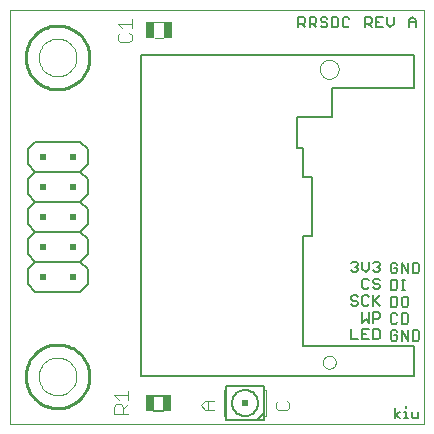
<source format=gto>
G75*
G70*
%OFA0B0*%
%FSLAX24Y24*%
%IPPOS*%
%LPD*%
%AMOC8*
5,1,8,0,0,1.08239X$1,22.5*
%
%ADD10C,0.0000*%
%ADD11C,0.0060*%
%ADD12C,0.0100*%
%ADD13C,0.0040*%
%ADD14R,0.0295X0.0571*%
%ADD15C,0.0080*%
%ADD16R,0.0200X0.0200*%
%ADD17R,0.0256X0.0551*%
%ADD18R,0.0197X0.0197*%
D10*
X000377Y000377D02*
X014156Y000377D01*
X014156Y014156D01*
X000377Y014156D01*
X000377Y000377D01*
X001322Y001952D02*
X001324Y002002D01*
X001330Y002052D01*
X001340Y002101D01*
X001354Y002149D01*
X001371Y002196D01*
X001392Y002241D01*
X001417Y002285D01*
X001445Y002326D01*
X001477Y002365D01*
X001511Y002402D01*
X001548Y002436D01*
X001588Y002466D01*
X001630Y002493D01*
X001674Y002517D01*
X001720Y002538D01*
X001767Y002554D01*
X001815Y002567D01*
X001865Y002576D01*
X001914Y002581D01*
X001965Y002582D01*
X002015Y002579D01*
X002064Y002572D01*
X002113Y002561D01*
X002161Y002546D01*
X002207Y002528D01*
X002252Y002506D01*
X002295Y002480D01*
X002336Y002451D01*
X002375Y002419D01*
X002411Y002384D01*
X002443Y002346D01*
X002473Y002306D01*
X002500Y002263D01*
X002523Y002219D01*
X002542Y002173D01*
X002558Y002125D01*
X002570Y002076D01*
X002578Y002027D01*
X002582Y001977D01*
X002582Y001927D01*
X002578Y001877D01*
X002570Y001828D01*
X002558Y001779D01*
X002542Y001731D01*
X002523Y001685D01*
X002500Y001641D01*
X002473Y001598D01*
X002443Y001558D01*
X002411Y001520D01*
X002375Y001485D01*
X002336Y001453D01*
X002295Y001424D01*
X002252Y001398D01*
X002207Y001376D01*
X002161Y001358D01*
X002113Y001343D01*
X002064Y001332D01*
X002015Y001325D01*
X001965Y001322D01*
X001914Y001323D01*
X001865Y001328D01*
X001815Y001337D01*
X001767Y001350D01*
X001720Y001366D01*
X001674Y001387D01*
X001630Y001411D01*
X001588Y001438D01*
X001548Y001468D01*
X001511Y001502D01*
X001477Y001539D01*
X001445Y001578D01*
X001417Y001619D01*
X001392Y001663D01*
X001371Y001708D01*
X001354Y001755D01*
X001340Y001803D01*
X001330Y001852D01*
X001324Y001902D01*
X001322Y001952D01*
X010790Y002424D02*
X010792Y002453D01*
X010798Y002481D01*
X010807Y002509D01*
X010820Y002535D01*
X010837Y002558D01*
X010856Y002580D01*
X010878Y002599D01*
X010903Y002614D01*
X010929Y002627D01*
X010957Y002635D01*
X010985Y002640D01*
X011014Y002641D01*
X011043Y002638D01*
X011071Y002631D01*
X011098Y002621D01*
X011124Y002607D01*
X011147Y002590D01*
X011168Y002570D01*
X011186Y002547D01*
X011201Y002522D01*
X011212Y002495D01*
X011220Y002467D01*
X011224Y002438D01*
X011224Y002410D01*
X011220Y002381D01*
X011212Y002353D01*
X011201Y002326D01*
X011186Y002301D01*
X011168Y002278D01*
X011147Y002258D01*
X011124Y002241D01*
X011098Y002227D01*
X011071Y002217D01*
X011043Y002210D01*
X011014Y002207D01*
X010985Y002208D01*
X010957Y002213D01*
X010929Y002221D01*
X010903Y002234D01*
X010878Y002249D01*
X010856Y002268D01*
X010837Y002290D01*
X010820Y002313D01*
X010807Y002339D01*
X010798Y002367D01*
X010792Y002395D01*
X010790Y002424D01*
X010692Y012188D02*
X010694Y012223D01*
X010700Y012258D01*
X010710Y012292D01*
X010723Y012325D01*
X010740Y012356D01*
X010761Y012384D01*
X010784Y012411D01*
X010811Y012434D01*
X010839Y012455D01*
X010870Y012472D01*
X010903Y012485D01*
X010937Y012495D01*
X010972Y012501D01*
X011007Y012503D01*
X011042Y012501D01*
X011077Y012495D01*
X011111Y012485D01*
X011144Y012472D01*
X011175Y012455D01*
X011203Y012434D01*
X011230Y012411D01*
X011253Y012384D01*
X011274Y012356D01*
X011291Y012325D01*
X011304Y012292D01*
X011314Y012258D01*
X011320Y012223D01*
X011322Y012188D01*
X011320Y012153D01*
X011314Y012118D01*
X011304Y012084D01*
X011291Y012051D01*
X011274Y012020D01*
X011253Y011992D01*
X011230Y011965D01*
X011203Y011942D01*
X011175Y011921D01*
X011144Y011904D01*
X011111Y011891D01*
X011077Y011881D01*
X011042Y011875D01*
X011007Y011873D01*
X010972Y011875D01*
X010937Y011881D01*
X010903Y011891D01*
X010870Y011904D01*
X010839Y011921D01*
X010811Y011942D01*
X010784Y011965D01*
X010761Y011992D01*
X010740Y012020D01*
X010723Y012051D01*
X010710Y012084D01*
X010700Y012118D01*
X010694Y012153D01*
X010692Y012188D01*
X001322Y012582D02*
X001324Y012632D01*
X001330Y012682D01*
X001340Y012731D01*
X001354Y012779D01*
X001371Y012826D01*
X001392Y012871D01*
X001417Y012915D01*
X001445Y012956D01*
X001477Y012995D01*
X001511Y013032D01*
X001548Y013066D01*
X001588Y013096D01*
X001630Y013123D01*
X001674Y013147D01*
X001720Y013168D01*
X001767Y013184D01*
X001815Y013197D01*
X001865Y013206D01*
X001914Y013211D01*
X001965Y013212D01*
X002015Y013209D01*
X002064Y013202D01*
X002113Y013191D01*
X002161Y013176D01*
X002207Y013158D01*
X002252Y013136D01*
X002295Y013110D01*
X002336Y013081D01*
X002375Y013049D01*
X002411Y013014D01*
X002443Y012976D01*
X002473Y012936D01*
X002500Y012893D01*
X002523Y012849D01*
X002542Y012803D01*
X002558Y012755D01*
X002570Y012706D01*
X002578Y012657D01*
X002582Y012607D01*
X002582Y012557D01*
X002578Y012507D01*
X002570Y012458D01*
X002558Y012409D01*
X002542Y012361D01*
X002523Y012315D01*
X002500Y012271D01*
X002473Y012228D01*
X002443Y012188D01*
X002411Y012150D01*
X002375Y012115D01*
X002336Y012083D01*
X002295Y012054D01*
X002252Y012028D01*
X002207Y012006D01*
X002161Y011988D01*
X002113Y011973D01*
X002064Y011962D01*
X002015Y011955D01*
X001965Y011952D01*
X001914Y011953D01*
X001865Y011958D01*
X001815Y011967D01*
X001767Y011980D01*
X001720Y011996D01*
X001674Y012017D01*
X001630Y012041D01*
X001588Y012068D01*
X001548Y012098D01*
X001511Y012132D01*
X001477Y012169D01*
X001445Y012208D01*
X001417Y012249D01*
X001392Y012293D01*
X001371Y012338D01*
X001354Y012385D01*
X001340Y012433D01*
X001330Y012482D01*
X001324Y012532D01*
X001322Y012582D01*
D11*
X001202Y009767D02*
X002702Y009767D01*
X002952Y009517D01*
X002952Y009017D01*
X002702Y008767D01*
X001202Y008767D01*
X000952Y008517D01*
X000952Y008017D01*
X001202Y007767D01*
X002702Y007767D01*
X002952Y007517D01*
X002952Y007017D01*
X002702Y006767D01*
X001202Y006767D01*
X000952Y006517D01*
X000952Y006017D01*
X001202Y005767D01*
X000952Y005517D01*
X000952Y005017D01*
X001202Y004767D01*
X002702Y004767D01*
X002952Y005017D01*
X002952Y005517D01*
X002702Y005767D01*
X001202Y005767D01*
X001202Y006767D02*
X000952Y007017D01*
X000952Y007517D01*
X001202Y007767D01*
X001202Y008767D02*
X000952Y009017D01*
X000952Y009517D01*
X001202Y009767D01*
X002702Y008767D02*
X002952Y008517D01*
X002952Y008017D01*
X002702Y007767D01*
X002702Y006767D02*
X002952Y006517D01*
X002952Y006017D01*
X002702Y005767D01*
X005153Y001314D02*
X005476Y001314D01*
X005476Y000814D02*
X005153Y000814D01*
X011739Y003184D02*
X011966Y003184D01*
X012108Y003184D02*
X012335Y003184D01*
X012476Y003184D02*
X012646Y003184D01*
X012703Y003241D01*
X012703Y003468D01*
X012646Y003525D01*
X012476Y003525D01*
X012476Y003184D01*
X012221Y003355D02*
X012108Y003355D01*
X012108Y003525D02*
X012108Y003184D01*
X012108Y003525D02*
X012335Y003525D01*
X012335Y003747D02*
X012335Y004087D01*
X012476Y004087D02*
X012646Y004087D01*
X012703Y004030D01*
X012703Y003917D01*
X012646Y003860D01*
X012476Y003860D01*
X012476Y003747D02*
X012476Y004087D01*
X012476Y004309D02*
X012476Y004650D01*
X012335Y004593D02*
X012278Y004650D01*
X012164Y004650D01*
X012108Y004593D01*
X012108Y004366D01*
X012164Y004309D01*
X012278Y004309D01*
X012335Y004366D01*
X012476Y004423D02*
X012703Y004650D01*
X012533Y004480D02*
X012703Y004309D01*
X013051Y004273D02*
X013051Y004613D01*
X013221Y004613D01*
X013277Y004557D01*
X013277Y004330D01*
X013221Y004273D01*
X013051Y004273D01*
X013107Y004051D02*
X013051Y003994D01*
X013051Y003767D01*
X013107Y003711D01*
X013221Y003711D01*
X013277Y003767D01*
X013419Y003711D02*
X013589Y003711D01*
X013646Y003767D01*
X013646Y003994D01*
X013589Y004051D01*
X013419Y004051D01*
X013419Y003711D01*
X013419Y003488D02*
X013646Y003148D01*
X013646Y003488D01*
X013787Y003488D02*
X013957Y003488D01*
X014014Y003432D01*
X014014Y003205D01*
X013957Y003148D01*
X013787Y003148D01*
X013787Y003488D01*
X013419Y003488D02*
X013419Y003148D01*
X013277Y003205D02*
X013277Y003318D01*
X013164Y003318D01*
X013277Y003205D02*
X013221Y003148D01*
X013107Y003148D01*
X013051Y003205D01*
X013051Y003432D01*
X013107Y003488D01*
X013221Y003488D01*
X013277Y003432D01*
X013277Y003994D02*
X013221Y004051D01*
X013107Y004051D01*
X013419Y004330D02*
X013476Y004273D01*
X013589Y004273D01*
X013646Y004330D01*
X013646Y004557D01*
X013589Y004613D01*
X013476Y004613D01*
X013419Y004557D01*
X013419Y004330D01*
X013419Y004836D02*
X013532Y004836D01*
X013476Y004836D02*
X013476Y005176D01*
X013532Y005176D02*
X013419Y005176D01*
X013277Y005119D02*
X013221Y005176D01*
X013051Y005176D01*
X013051Y004836D01*
X013221Y004836D01*
X013277Y004892D01*
X013277Y005119D01*
X013221Y005398D02*
X013277Y005455D01*
X013277Y005568D01*
X013164Y005568D01*
X013051Y005455D02*
X013107Y005398D01*
X013221Y005398D01*
X013051Y005455D02*
X013051Y005682D01*
X013107Y005738D01*
X013221Y005738D01*
X013277Y005682D01*
X013419Y005738D02*
X013646Y005398D01*
X013646Y005738D01*
X013787Y005738D02*
X013957Y005738D01*
X014014Y005682D01*
X014014Y005455D01*
X013957Y005398D01*
X013787Y005398D01*
X013787Y005738D01*
X013419Y005738D02*
X013419Y005398D01*
X012703Y005491D02*
X012646Y005434D01*
X012533Y005434D01*
X012476Y005491D01*
X012335Y005548D02*
X012335Y005775D01*
X012476Y005718D02*
X012533Y005775D01*
X012646Y005775D01*
X012703Y005718D01*
X012703Y005661D01*
X012646Y005605D01*
X012703Y005548D01*
X012703Y005491D01*
X012646Y005605D02*
X012589Y005605D01*
X012335Y005548D02*
X012221Y005434D01*
X012108Y005548D01*
X012108Y005775D01*
X011966Y005718D02*
X011966Y005661D01*
X011910Y005605D01*
X011966Y005548D01*
X011966Y005491D01*
X011910Y005434D01*
X011796Y005434D01*
X011739Y005491D01*
X011853Y005605D02*
X011910Y005605D01*
X011966Y005718D02*
X011910Y005775D01*
X011796Y005775D01*
X011739Y005718D01*
X012164Y005212D02*
X012108Y005155D01*
X012108Y004929D01*
X012164Y004872D01*
X012278Y004872D01*
X012335Y004929D01*
X012476Y004929D02*
X012533Y004872D01*
X012646Y004872D01*
X012703Y004929D01*
X012703Y004985D01*
X012646Y005042D01*
X012533Y005042D01*
X012476Y005099D01*
X012476Y005155D01*
X012533Y005212D01*
X012646Y005212D01*
X012703Y005155D01*
X012335Y005155D02*
X012278Y005212D01*
X012164Y005212D01*
X011910Y004650D02*
X011796Y004650D01*
X011739Y004593D01*
X011739Y004536D01*
X011796Y004480D01*
X011910Y004480D01*
X011966Y004423D01*
X011966Y004366D01*
X011910Y004309D01*
X011796Y004309D01*
X011739Y004366D01*
X011966Y004593D02*
X011910Y004650D01*
X012108Y004087D02*
X012108Y003747D01*
X012221Y003860D01*
X012335Y003747D01*
X011739Y003525D02*
X011739Y003184D01*
X013202Y000894D02*
X013202Y000554D01*
X013202Y000667D02*
X013372Y000780D01*
X013509Y000780D02*
X013566Y000780D01*
X013566Y000554D01*
X013622Y000554D02*
X013509Y000554D01*
X013372Y000554D02*
X013202Y000667D01*
X013566Y000894D02*
X013566Y000951D01*
X013755Y000780D02*
X013755Y000610D01*
X013811Y000554D01*
X013981Y000554D01*
X013981Y000780D01*
X013891Y013590D02*
X013891Y013816D01*
X013777Y013930D01*
X013664Y013816D01*
X013664Y013590D01*
X013664Y013760D02*
X013891Y013760D01*
X013154Y013703D02*
X013154Y013930D01*
X013154Y013703D02*
X013041Y013590D01*
X012927Y013703D01*
X012927Y013930D01*
X012786Y013930D02*
X012559Y013930D01*
X012559Y013590D01*
X012786Y013590D01*
X012672Y013760D02*
X012559Y013760D01*
X012417Y013760D02*
X012417Y013873D01*
X012361Y013930D01*
X012191Y013930D01*
X012191Y013590D01*
X012191Y013703D02*
X012361Y013703D01*
X012417Y013760D01*
X012304Y013703D02*
X012417Y013590D01*
X011681Y013646D02*
X011624Y013590D01*
X011511Y013590D01*
X011454Y013646D01*
X011454Y013873D01*
X011511Y013930D01*
X011624Y013930D01*
X011681Y013873D01*
X011312Y013873D02*
X011312Y013646D01*
X011256Y013590D01*
X011086Y013590D01*
X011086Y013930D01*
X011256Y013930D01*
X011312Y013873D01*
X010944Y013873D02*
X010887Y013930D01*
X010774Y013930D01*
X010717Y013873D01*
X010717Y013816D01*
X010774Y013760D01*
X010887Y013760D01*
X010944Y013703D01*
X010944Y013646D01*
X010887Y013590D01*
X010774Y013590D01*
X010717Y013646D01*
X010576Y013590D02*
X010462Y013703D01*
X010519Y013703D02*
X010349Y013703D01*
X010349Y013590D02*
X010349Y013930D01*
X010519Y013930D01*
X010576Y013873D01*
X010576Y013760D01*
X010519Y013703D01*
X010208Y013760D02*
X010151Y013703D01*
X009981Y013703D01*
X010094Y013703D02*
X010208Y013590D01*
X010208Y013760D02*
X010208Y013873D01*
X010151Y013930D01*
X009981Y013930D01*
X009981Y013590D01*
D12*
X000889Y012582D02*
X000891Y012647D01*
X000897Y012711D01*
X000907Y012775D01*
X000920Y012839D01*
X000938Y012901D01*
X000959Y012962D01*
X000984Y013022D01*
X001013Y013080D01*
X001045Y013137D01*
X001081Y013191D01*
X001119Y013243D01*
X001161Y013292D01*
X001206Y013339D01*
X001254Y013383D01*
X001304Y013425D01*
X001356Y013462D01*
X001411Y013497D01*
X001468Y013528D01*
X001527Y013556D01*
X001587Y013580D01*
X001648Y013601D01*
X001711Y013617D01*
X001775Y013630D01*
X001839Y013639D01*
X001903Y013644D01*
X001968Y013645D01*
X002033Y013642D01*
X002097Y013635D01*
X002161Y013624D01*
X002225Y013609D01*
X002287Y013591D01*
X002348Y013569D01*
X002407Y013543D01*
X002465Y013513D01*
X002520Y013480D01*
X002574Y013444D01*
X002626Y013404D01*
X002674Y013362D01*
X002721Y013316D01*
X002764Y013268D01*
X002804Y013217D01*
X002841Y013164D01*
X002875Y013109D01*
X002906Y013052D01*
X002933Y012993D01*
X002956Y012932D01*
X002975Y012870D01*
X002991Y012807D01*
X003003Y012743D01*
X003011Y012679D01*
X003015Y012614D01*
X003015Y012550D01*
X003011Y012485D01*
X003003Y012421D01*
X002991Y012357D01*
X002975Y012294D01*
X002956Y012232D01*
X002933Y012171D01*
X002906Y012112D01*
X002875Y012055D01*
X002841Y012000D01*
X002804Y011947D01*
X002764Y011896D01*
X002721Y011848D01*
X002674Y011802D01*
X002626Y011760D01*
X002574Y011720D01*
X002520Y011684D01*
X002465Y011651D01*
X002407Y011621D01*
X002348Y011595D01*
X002287Y011573D01*
X002225Y011555D01*
X002161Y011540D01*
X002097Y011529D01*
X002033Y011522D01*
X001968Y011519D01*
X001903Y011520D01*
X001839Y011525D01*
X001775Y011534D01*
X001711Y011547D01*
X001648Y011563D01*
X001587Y011584D01*
X001527Y011608D01*
X001468Y011636D01*
X001411Y011667D01*
X001356Y011702D01*
X001304Y011739D01*
X001254Y011781D01*
X001206Y011825D01*
X001161Y011872D01*
X001119Y011921D01*
X001081Y011973D01*
X001045Y012027D01*
X001013Y012084D01*
X000984Y012142D01*
X000959Y012202D01*
X000938Y012263D01*
X000920Y012325D01*
X000907Y012389D01*
X000897Y012453D01*
X000891Y012517D01*
X000889Y012582D01*
X000889Y001952D02*
X000891Y002017D01*
X000897Y002081D01*
X000907Y002145D01*
X000920Y002209D01*
X000938Y002271D01*
X000959Y002332D01*
X000984Y002392D01*
X001013Y002450D01*
X001045Y002507D01*
X001081Y002561D01*
X001119Y002613D01*
X001161Y002662D01*
X001206Y002709D01*
X001254Y002753D01*
X001304Y002795D01*
X001356Y002832D01*
X001411Y002867D01*
X001468Y002898D01*
X001527Y002926D01*
X001587Y002950D01*
X001648Y002971D01*
X001711Y002987D01*
X001775Y003000D01*
X001839Y003009D01*
X001903Y003014D01*
X001968Y003015D01*
X002033Y003012D01*
X002097Y003005D01*
X002161Y002994D01*
X002225Y002979D01*
X002287Y002961D01*
X002348Y002939D01*
X002407Y002913D01*
X002465Y002883D01*
X002520Y002850D01*
X002574Y002814D01*
X002626Y002774D01*
X002674Y002732D01*
X002721Y002686D01*
X002764Y002638D01*
X002804Y002587D01*
X002841Y002534D01*
X002875Y002479D01*
X002906Y002422D01*
X002933Y002363D01*
X002956Y002302D01*
X002975Y002240D01*
X002991Y002177D01*
X003003Y002113D01*
X003011Y002049D01*
X003015Y001984D01*
X003015Y001920D01*
X003011Y001855D01*
X003003Y001791D01*
X002991Y001727D01*
X002975Y001664D01*
X002956Y001602D01*
X002933Y001541D01*
X002906Y001482D01*
X002875Y001425D01*
X002841Y001370D01*
X002804Y001317D01*
X002764Y001266D01*
X002721Y001218D01*
X002674Y001172D01*
X002626Y001130D01*
X002574Y001090D01*
X002520Y001054D01*
X002465Y001021D01*
X002407Y000991D01*
X002348Y000965D01*
X002287Y000943D01*
X002225Y000925D01*
X002161Y000910D01*
X002097Y000899D01*
X002033Y000892D01*
X001968Y000889D01*
X001903Y000890D01*
X001839Y000895D01*
X001775Y000904D01*
X001711Y000917D01*
X001648Y000933D01*
X001587Y000954D01*
X001527Y000978D01*
X001468Y001006D01*
X001411Y001037D01*
X001356Y001072D01*
X001304Y001109D01*
X001254Y001151D01*
X001206Y001195D01*
X001161Y001242D01*
X001119Y001291D01*
X001081Y001343D01*
X001045Y001397D01*
X001013Y001454D01*
X000984Y001512D01*
X000959Y001572D01*
X000938Y001633D01*
X000920Y001695D01*
X000907Y001759D01*
X000897Y001823D01*
X000891Y001887D01*
X000889Y001952D01*
D13*
X003834Y001323D02*
X004294Y001323D01*
X004294Y001170D02*
X004294Y001477D01*
X003987Y001170D02*
X003834Y001323D01*
X003911Y001016D02*
X004064Y001016D01*
X004141Y000940D01*
X004141Y000709D01*
X004294Y000709D02*
X003834Y000709D01*
X003834Y000940D01*
X003911Y001016D01*
X004141Y000863D02*
X004294Y001016D01*
X006718Y000988D02*
X006872Y001141D01*
X007179Y001141D01*
X006949Y001141D02*
X006949Y000834D01*
X006872Y000834D02*
X006718Y000988D01*
X006872Y000834D02*
X007179Y000834D01*
X007490Y000631D02*
X007490Y001497D01*
X007569Y001497D01*
X007569Y000631D02*
X007490Y000631D01*
X008829Y000631D02*
X008907Y000631D01*
X008907Y001497D01*
X008829Y001497D01*
X009218Y001065D02*
X009218Y000911D01*
X009295Y000834D01*
X009602Y000834D01*
X009679Y000911D01*
X009679Y001065D01*
X009602Y001141D01*
X009295Y001141D02*
X009218Y001065D01*
X004344Y013101D02*
X004037Y013101D01*
X003960Y013177D01*
X003960Y013331D01*
X004037Y013408D01*
X004114Y013561D02*
X003960Y013714D01*
X004421Y013714D01*
X004421Y013561D02*
X004421Y013868D01*
X004344Y013408D02*
X004421Y013331D01*
X004421Y013177D01*
X004344Y013101D01*
X005190Y013241D02*
X005481Y013241D01*
X005481Y013760D02*
X005181Y013760D01*
D14*
X005048Y013501D03*
X005618Y013501D03*
D15*
X004747Y012660D02*
X011361Y012660D01*
X012877Y012660D01*
X013841Y012660D01*
X013841Y011578D01*
X011105Y011578D01*
X011105Y010613D01*
X009924Y010613D01*
X009924Y009570D01*
X010141Y009570D01*
X010141Y008586D01*
X010416Y008586D01*
X010416Y006637D01*
X010141Y006637D01*
X010141Y002975D01*
X013841Y002975D01*
X013841Y001952D01*
X012857Y001952D01*
X011381Y001952D01*
X005259Y001952D01*
X004747Y001952D01*
X004747Y003586D01*
X004747Y012660D01*
X007569Y001616D02*
X007569Y000513D01*
X008612Y000513D01*
X008829Y000730D01*
X008829Y001497D01*
X008829Y001616D01*
X007569Y001616D01*
X007766Y001064D02*
X007768Y001105D01*
X007774Y001146D01*
X007784Y001186D01*
X007797Y001225D01*
X007814Y001262D01*
X007835Y001298D01*
X007859Y001332D01*
X007886Y001363D01*
X007915Y001391D01*
X007948Y001417D01*
X007982Y001439D01*
X008019Y001458D01*
X008057Y001473D01*
X008097Y001485D01*
X008137Y001493D01*
X008178Y001497D01*
X008220Y001497D01*
X008261Y001493D01*
X008301Y001485D01*
X008341Y001473D01*
X008379Y001458D01*
X008415Y001439D01*
X008450Y001417D01*
X008483Y001391D01*
X008512Y001363D01*
X008539Y001332D01*
X008563Y001298D01*
X008584Y001262D01*
X008601Y001225D01*
X008614Y001186D01*
X008624Y001146D01*
X008630Y001105D01*
X008632Y001064D01*
X008630Y001023D01*
X008624Y000982D01*
X008614Y000942D01*
X008601Y000903D01*
X008584Y000866D01*
X008563Y000830D01*
X008539Y000796D01*
X008512Y000765D01*
X008483Y000737D01*
X008450Y000711D01*
X008416Y000689D01*
X008379Y000670D01*
X008341Y000655D01*
X008301Y000643D01*
X008261Y000635D01*
X008220Y000631D01*
X008178Y000631D01*
X008137Y000635D01*
X008097Y000643D01*
X008057Y000655D01*
X008019Y000670D01*
X007983Y000689D01*
X007948Y000711D01*
X007915Y000737D01*
X007886Y000765D01*
X007859Y000796D01*
X007835Y000830D01*
X007814Y000866D01*
X007797Y000903D01*
X007784Y000942D01*
X007774Y000982D01*
X007768Y001023D01*
X007766Y001064D01*
X008612Y000513D02*
X008829Y000513D01*
X008829Y000631D01*
X008829Y000730D01*
D16*
X002452Y005267D03*
X002452Y006267D03*
X002452Y007267D03*
X002452Y008267D03*
X002452Y009267D03*
X001452Y009267D03*
X001452Y008267D03*
X001452Y007267D03*
X001452Y006267D03*
X001452Y005267D03*
D17*
X005022Y001065D03*
X005602Y001065D03*
D18*
X008199Y001064D03*
M02*

</source>
